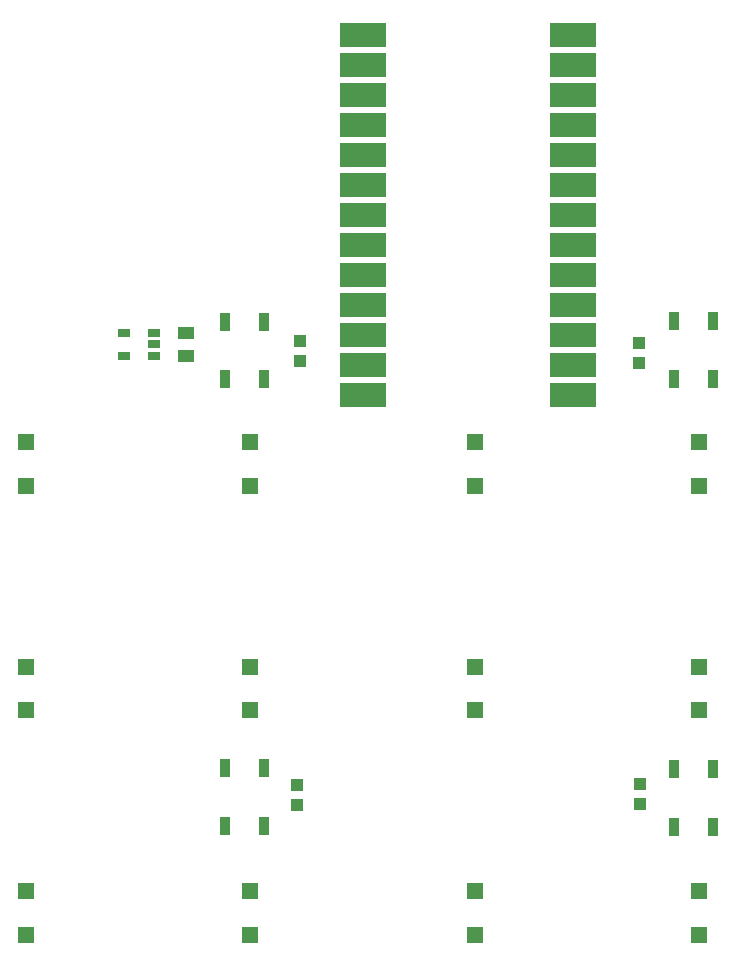
<source format=gbr>
G04 EAGLE Gerber RS-274X export*
G75*
%MOMM*%
%FSLAX34Y34*%
%LPD*%
%INSolderpaste Bottom*%
%IPPOS*%
%AMOC8*
5,1,8,0,0,1.08239X$1,22.5*%
G01*
%ADD10R,1.000000X1.100000*%
%ADD11R,1.400000X1.400000*%
%ADD12R,0.990000X0.690000*%
%ADD13R,0.900000X1.500000*%
%ADD14R,1.400000X1.100000*%
%ADD15R,4.000000X2.000000*%


D10*
X261800Y594100D03*
X261800Y577100D03*
X549500Y575700D03*
X549500Y592700D03*
X550200Y219100D03*
X550200Y202100D03*
X259700Y218200D03*
X259700Y201200D03*
D11*
X30000Y91500D03*
X30000Y128500D03*
X220000Y471500D03*
X220000Y508500D03*
X410000Y471500D03*
X410000Y508500D03*
X600000Y471500D03*
X600000Y508500D03*
X220000Y91500D03*
X220000Y128500D03*
X410000Y91500D03*
X410000Y128500D03*
X600000Y91500D03*
X600000Y128500D03*
X30000Y281500D03*
X30000Y318500D03*
X220000Y281500D03*
X220000Y318500D03*
X410000Y281500D03*
X410000Y318500D03*
X600000Y281500D03*
X600000Y318500D03*
X30000Y471500D03*
X30000Y508500D03*
D12*
X138700Y600900D03*
X138700Y591400D03*
X138700Y581900D03*
X112800Y581900D03*
X112800Y600900D03*
D13*
X198500Y610700D03*
X231500Y610700D03*
X198500Y561700D03*
X231500Y561700D03*
X611500Y562300D03*
X578500Y562300D03*
X611500Y611300D03*
X578500Y611300D03*
X611500Y182900D03*
X578500Y182900D03*
X611500Y231900D03*
X578500Y231900D03*
X198800Y232700D03*
X231800Y232700D03*
X198800Y183700D03*
X231800Y183700D03*
D14*
X165700Y601300D03*
X165700Y581300D03*
D15*
X493500Y853200D03*
X493500Y827800D03*
X493500Y802400D03*
X493500Y777000D03*
X493500Y751600D03*
X493500Y726200D03*
X493500Y700800D03*
X493500Y675400D03*
X493500Y650000D03*
X493500Y624600D03*
X493500Y599200D03*
X493500Y573800D03*
X493500Y548400D03*
X315700Y548400D03*
X315700Y573800D03*
X315700Y599200D03*
X315700Y624600D03*
X315700Y650000D03*
X315700Y675400D03*
X315700Y700800D03*
X315700Y726200D03*
X315700Y751600D03*
X315700Y777000D03*
X315700Y802400D03*
X315700Y827800D03*
X315700Y853200D03*
M02*

</source>
